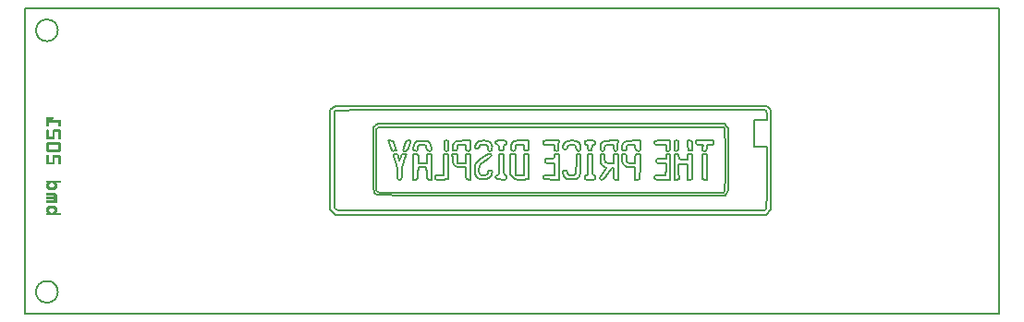
<source format=gbr>
G04 DesignSpark PCB Gerber Version 10.0 Build 5299*
G04 #@! TF.Part,Single*
G04 #@! TF.FileFunction,Legend,Bot*
G04 #@! TF.FilePolarity,Positive*
%FSLAX35Y35*%
%MOIN*%
%ADD13C,0.00100*%
%ADD25C,0.00500*%
G04 #@! TD.AperFunction*
X0Y0D02*
D02*
D13*
X12520Y36696D02*
X11052D01*
X11270Y36973D01*
X11320Y37039D01*
X11363Y37104D01*
X11401Y37169D01*
X11432Y37235D01*
X11455Y37304D01*
X11470Y37373D01*
X11482Y37443D01*
X11486Y37512D01*
Y38081D01*
X11482Y38161D01*
X11470Y38234D01*
X11455Y38307D01*
X11432Y38381D01*
X11401Y38450D01*
X11363Y38515D01*
X11320Y38580D01*
X11270Y38642D01*
X11013Y38942D01*
X10955Y39000D01*
X10882Y39054D01*
X10802Y39100D01*
X10706Y39142D01*
X10606Y39176D01*
X10506Y39203D01*
X10409Y39219D01*
X10313Y39222D01*
X9048D01*
X8964Y39219D01*
X8875Y39203D01*
X8783Y39180D01*
X8691Y39150D01*
X8602Y39111D01*
X8526Y39069D01*
X8460Y39022D01*
X8410Y38976D01*
X8156Y38707D01*
X8106Y38650D01*
X8060Y38580D01*
X8014Y38500D01*
X7976Y38407D01*
X7941Y38315D01*
X7914Y38231D01*
X7899Y38154D01*
X7895Y38081D01*
Y37546D01*
X7902Y37450D01*
X7922Y37346D01*
X7956Y37246D01*
X8002Y37139D01*
X8064Y37031D01*
X8141Y36923D01*
X8226Y36812D01*
X8329Y36696D01*
X8206D01*
X8145Y36693D01*
X8087Y36674D01*
X8033Y36646D01*
X7987Y36604D01*
X7945Y36558D01*
X7918Y36504D01*
X7899Y36446D01*
X7895Y36385D01*
X7899Y36324D01*
X7918Y36266D01*
X7945Y36212D01*
X7987Y36166D01*
X8033Y36124D01*
X8087Y36097D01*
X8145Y36081D01*
X8206Y36074D01*
X12520D01*
X12581Y36081D01*
X12639Y36097D01*
X12693Y36128D01*
X12739Y36166D01*
X12781Y36216D01*
X12808Y36266D01*
X12824Y36324D01*
X12831Y36385D01*
X12824Y36446D01*
X12808Y36504D01*
X12781Y36558D01*
X12739Y36604D01*
X12693Y36646D01*
X12639Y36674D01*
X12581Y36693D01*
X12520Y36696D01*
X10855Y38035D02*
Y37604D01*
X10852Y37531D01*
X10836Y37465D01*
X10817Y37412D01*
X10786Y37365D01*
X10306Y36804D01*
X10252Y36758D01*
X10186Y36724D01*
X10106Y36704D01*
X10017Y36696D01*
X9310D01*
X9237Y36704D01*
X9167Y36727D01*
X9106Y36766D01*
X9052Y36820D01*
X8625Y37319D01*
X8583Y37377D01*
X8548Y37431D01*
X8533Y37489D01*
X8526Y37546D01*
Y38057D01*
X8529Y38107D01*
X8541Y38157D01*
X8564Y38204D01*
X8591Y38242D01*
X8814Y38492D01*
X8856Y38534D01*
X8906Y38569D01*
X8964Y38584D01*
X9025Y38592D01*
X10344D01*
X10417Y38584D01*
X10478Y38569D01*
X10536Y38534D01*
X10578Y38492D01*
X10771Y38265D01*
X10806Y38211D01*
X10832Y38154D01*
X10852Y38096D01*
X10855Y38035D01*
X8206Y40576D02*
X11167D01*
X11228Y40583D01*
X11286Y40599D01*
X11340Y40626D01*
X11386Y40668D01*
X11428Y40714D01*
X11455Y40768D01*
X11470Y40826D01*
X11478Y40887D01*
X11474Y40945D01*
X11463Y40995D01*
X11444Y41041D01*
X11417Y41083D01*
X11386Y41118D01*
X11344Y41149D01*
X11298Y41172D01*
X11240Y41191D01*
X11298Y41256D01*
X11347Y41326D01*
X11390Y41395D01*
X11424Y41464D01*
X11451Y41541D01*
X11470Y41614D01*
X11482Y41691D01*
X11486Y41772D01*
X11482Y41860D01*
X11467Y41948D01*
X11440Y42033D01*
X11405Y42110D01*
X11359Y42187D01*
X11305Y42256D01*
X11240Y42325D01*
X11167Y42387D01*
X11240Y42460D01*
X11305Y42537D01*
X11359Y42617D01*
X11405Y42698D01*
X11440Y42779D01*
X11467Y42863D01*
X11482Y42952D01*
X11486Y43041D01*
X11482Y43109D01*
X11474Y43179D01*
X11455Y43248D01*
X11436Y43309D01*
X11405Y43371D01*
X11370Y43433D01*
X11328Y43486D01*
X11278Y43544D01*
X11224Y43594D01*
X11170Y43636D01*
X11109Y43675D01*
X11044Y43706D01*
X10978Y43732D01*
X10905Y43752D01*
X10832Y43763D01*
X10756Y43771D01*
X8206Y43859D01*
X8145Y43856D01*
X8087Y43836D01*
X8037Y43806D01*
X7987Y43767D01*
X7945Y43717D01*
X7918Y43667D01*
X7899Y43609D01*
X7895Y43548D01*
X7899Y43486D01*
X7918Y43429D01*
X7949Y43375D01*
X7987Y43325D01*
X8037Y43283D01*
X8087Y43256D01*
X8145Y43237D01*
X8206Y43229D01*
X10656Y43156D01*
X10702Y43152D01*
X10744Y43144D01*
X10778Y43137D01*
X10806Y43121D01*
X10828Y43106D01*
X10844Y43083D01*
X10852Y43059D01*
X10855Y43033D01*
X10852Y43002D01*
X10840Y42967D01*
X10824Y42937D01*
X10798Y42902D01*
X10486Y42529D01*
X8206D01*
X8145Y42525D01*
X8091Y42506D01*
X8037Y42479D01*
X7991Y42437D01*
X7952Y42391D01*
X7926Y42337D01*
X7906Y42279D01*
X7902Y42218D01*
X7906Y42156D01*
X7926Y42098D01*
X7952Y42048D01*
X7995Y41998D01*
X8041Y41960D01*
X8095Y41929D01*
X8152Y41914D01*
X8214Y41906D01*
X10694D01*
X10732Y41902D01*
X10767Y41898D01*
X10794Y41887D01*
X10817Y41872D01*
X10832Y41852D01*
X10844Y41829D01*
X10852Y41802D01*
X10855Y41768D01*
X10852Y41737D01*
X10844Y41706D01*
X10828Y41676D01*
X10806Y41648D01*
X10429Y41199D01*
X8206D01*
X8145Y41195D01*
X8087Y41176D01*
X8037Y41149D01*
X7987Y41110D01*
X7945Y41064D01*
X7918Y41010D01*
X7899Y40957D01*
X7895Y40895D01*
X7899Y40833D01*
X7918Y40772D01*
X7945Y40718D01*
X7987Y40672D01*
X8037Y40630D01*
X8087Y40599D01*
X8145Y40583D01*
X8206Y40576D01*
X11044Y47758D02*
X12520D01*
X12581Y47762D01*
X12639Y47781D01*
X12693Y47808D01*
X12739Y47846D01*
X12781Y47893D01*
X12808Y47946D01*
X12824Y48000D01*
X12831Y48061D01*
X12824Y48123D01*
X12808Y48185D01*
X12781Y48239D01*
X12739Y48285D01*
X12693Y48327D01*
X12639Y48357D01*
X12581Y48373D01*
X12520Y48381D01*
X8206D01*
X8145Y48377D01*
X8087Y48357D01*
X8033Y48327D01*
X7987Y48289D01*
X7945Y48239D01*
X7918Y48189D01*
X7899Y48131D01*
X7895Y48069D01*
X7899Y48004D01*
X7918Y47946D01*
X7945Y47893D01*
X7987Y47846D01*
X8033Y47808D01*
X8087Y47781D01*
X8145Y47762D01*
X8206Y47758D01*
X8345D01*
X8241Y47646D01*
X8148Y47535D01*
X8072Y47423D01*
X8006Y47316D01*
X7956Y47212D01*
X7922Y47104D01*
X7902Y47004D01*
X7895Y46904D01*
Y46374D01*
X7899Y46293D01*
X7910Y46212D01*
X7933Y46131D01*
X7964Y46055D01*
X8002Y45974D01*
X8049Y45893D01*
X8106Y45813D01*
X8168Y45731D01*
X8387Y45474D01*
X8437Y45428D01*
X8502Y45386D01*
X8579Y45343D01*
X8675Y45305D01*
X8772Y45270D01*
X8868Y45243D01*
X8960Y45228D01*
X9048Y45224D01*
X10321D01*
X10425Y45228D01*
X10528Y45247D01*
X10628Y45274D01*
X10728Y45313D01*
X10824Y45359D01*
X10905Y45409D01*
X10970Y45463D01*
X11028Y45520D01*
X11248Y45778D01*
X11305Y45847D01*
X11351Y45920D01*
X11394Y45997D01*
X11424Y46078D01*
X11451Y46158D01*
X11470Y46243D01*
X11482Y46331D01*
X11486Y46424D01*
Y46874D01*
X11482Y46966D01*
X11470Y47054D01*
X11447Y47139D01*
X11420Y47224D01*
X11382Y47308D01*
X11340Y47389D01*
X11286Y47466D01*
X11224Y47543D01*
X11044Y47758D01*
X10855Y46850D02*
Y46416D01*
X10848Y46351D01*
X10828Y46285D01*
X10798Y46224D01*
X10756Y46166D01*
X10578Y45966D01*
X10528Y45920D01*
X10475Y45889D01*
X10413Y45870D01*
X10344Y45862D01*
X9018D01*
X8956Y45870D01*
X8894Y45893D01*
X8841Y45931D01*
X8787Y45985D01*
X8610Y46189D01*
X8572Y46239D01*
X8544Y46289D01*
X8529Y46339D01*
X8526Y46393D01*
Y46904D01*
X8533Y46954D01*
X8552Y47012D01*
X8591Y47074D01*
X8641Y47143D01*
X9052Y47635D01*
X9079Y47666D01*
X9110Y47689D01*
X9141Y47712D01*
X9171Y47727D01*
X9241Y47750D01*
X9317Y47758D01*
X9990D01*
X10044D01*
X10098Y47750D01*
X10144Y47739D01*
X10186Y47727D01*
X10229Y47708D01*
X10263Y47685D01*
X10298Y47658D01*
X10325Y47627D01*
X10763Y47120D01*
X10802Y47066D01*
X10832Y47000D01*
X10848Y46931D01*
X10855Y46850D01*
X7902Y57266D02*
Y54428D01*
X10059D01*
X10121Y54432D01*
X10183Y54440D01*
X10244Y54456D01*
X10298Y54474D01*
X10356Y54502D01*
X10406Y54532D01*
X10456Y54571D01*
X10506Y54613D01*
X10548Y54659D01*
X10586Y54709D01*
X10617Y54759D01*
X10644Y54813D01*
X10663Y54870D01*
X10678Y54928D01*
X10686Y54990D01*
X10690Y55051D01*
Y56947D01*
X12209D01*
Y54717D01*
X12213Y54655D01*
X12232Y54594D01*
X12259Y54544D01*
X12301Y54494D01*
X12347Y54456D01*
X12401Y54428D01*
X12459Y54409D01*
X12520Y54406D01*
X12581Y54409D01*
X12639Y54428D01*
X12693Y54456D01*
X12739Y54494D01*
X12781Y54544D01*
X12808Y54594D01*
X12824Y54655D01*
X12831Y54717D01*
Y56947D01*
X12828Y57008D01*
X12820Y57070D01*
X12805Y57131D01*
X12785Y57189D01*
X12758Y57243D01*
X12728Y57293D01*
X12689Y57343D01*
X12647Y57393D01*
X12601Y57435D01*
X12551Y57474D01*
X12501Y57504D01*
X12447Y57531D01*
X12389Y57550D01*
X12331Y57566D01*
X12270Y57574D01*
X12209Y57577D01*
X10690D01*
X10625Y57574D01*
X10563Y57566D01*
X10502Y57550D01*
X10448Y57531D01*
X10390Y57504D01*
X10340Y57474D01*
X10290Y57435D01*
X10244Y57393D01*
X10198Y57343D01*
X10163Y57293D01*
X10133Y57243D01*
X10106Y57189D01*
X10086Y57131D01*
X10071Y57070D01*
X10063Y57008D01*
X10059Y56947D01*
Y55051D01*
X8526D01*
Y57266D01*
X8518Y57328D01*
X8502Y57385D01*
X8476Y57435D01*
X8433Y57485D01*
X8387Y57524D01*
X8333Y57554D01*
X8276Y57574D01*
X8214Y57577D01*
X8152Y57574D01*
X8095Y57554D01*
X8041Y57524D01*
X7995Y57485D01*
X7952Y57435D01*
X7926Y57385D01*
X7906Y57328D01*
X7902Y57266D01*
X8502Y59015D02*
X12235D01*
X12297Y59019D01*
X12355Y59027D01*
X12413Y59042D01*
X12466Y59061D01*
X12516Y59084D01*
X12566Y59115D01*
X12616Y59154D01*
X12662Y59192D01*
X12701Y59238D01*
X12739Y59288D01*
X12770Y59338D01*
X12793Y59388D01*
X12812Y59442D01*
X12828Y59500D01*
X12835Y59557D01*
X12839Y59615D01*
Y61561D01*
X12835Y61622D01*
X12828Y61680D01*
X12812Y61733D01*
X12793Y61787D01*
X12770Y61837D01*
X12739Y61887D01*
X12701Y61933D01*
X12662Y61980D01*
X12616Y62022D01*
X12566Y62056D01*
X12516Y62087D01*
X12466Y62114D01*
X12413Y62133D01*
X12355Y62145D01*
X12297Y62152D01*
X12235Y62156D01*
X8502D01*
X8444Y62152D01*
X8383Y62145D01*
X8326Y62133D01*
X8272Y62114D01*
X8222Y62087D01*
X8172Y62056D01*
X8126Y62022D01*
X8080Y61980D01*
X8037Y61933D01*
X8002Y61887D01*
X7972Y61837D01*
X7945Y61787D01*
X7926Y61730D01*
X7914Y61676D01*
X7906Y61614D01*
X7902Y61557D01*
Y59615D01*
X7906Y59554D01*
X7914Y59496D01*
X7926Y59438D01*
X7945Y59384D01*
X7972Y59330D01*
X8002Y59281D01*
X8037Y59234D01*
X8080Y59188D01*
X8126Y59150D01*
X8172Y59115D01*
X8222Y59084D01*
X8272Y59057D01*
X8326Y59038D01*
X8383Y59027D01*
X8444Y59019D01*
X8502Y59015D01*
X8526Y61541D02*
X12209D01*
Y59638D01*
X8526D01*
Y61541D01*
X7902Y66455D02*
Y63617D01*
X10059D01*
X10121Y63621D01*
X10183Y63629D01*
X10244Y63644D01*
X10298Y63663D01*
X10356Y63691D01*
X10406Y63721D01*
X10456Y63759D01*
X10506Y63802D01*
X10548Y63848D01*
X10586Y63898D01*
X10617Y63948D01*
X10644Y64002D01*
X10663Y64059D01*
X10678Y64117D01*
X10686Y64179D01*
X10690Y64240D01*
Y66136D01*
X12209D01*
Y63906D01*
X12213Y63844D01*
X12232Y63783D01*
X12259Y63733D01*
X12301Y63683D01*
X12347Y63644D01*
X12401Y63617D01*
X12459Y63598D01*
X12520Y63594D01*
X12581Y63598D01*
X12639Y63617D01*
X12693Y63644D01*
X12739Y63683D01*
X12781Y63733D01*
X12808Y63783D01*
X12824Y63844D01*
X12831Y63906D01*
Y66136D01*
X12828Y66197D01*
X12820Y66259D01*
X12805Y66320D01*
X12785Y66378D01*
X12758Y66432D01*
X12728Y66482D01*
X12689Y66531D01*
X12647Y66581D01*
X12601Y66624D01*
X12551Y66663D01*
X12501Y66693D01*
X12447Y66720D01*
X12389Y66739D01*
X12331Y66755D01*
X12270Y66762D01*
X12209Y66766D01*
X10690D01*
X10625Y66762D01*
X10563Y66755D01*
X10502Y66739D01*
X10448Y66720D01*
X10390Y66693D01*
X10340Y66663D01*
X10290Y66624D01*
X10244Y66581D01*
X10198Y66531D01*
X10163Y66482D01*
X10133Y66432D01*
X10106Y66378D01*
X10086Y66320D01*
X10071Y66259D01*
X10063Y66197D01*
X10059Y66136D01*
Y64240D01*
X8526D01*
Y66455D01*
X8518Y66516D01*
X8502Y66574D01*
X8476Y66624D01*
X8433Y66674D01*
X8387Y66712D01*
X8333Y66743D01*
X8276Y66762D01*
X8214Y66766D01*
X8152Y66762D01*
X8095Y66743D01*
X8041Y66712D01*
X7995Y66674D01*
X7952Y66624D01*
X7926Y66574D01*
X7906Y66516D01*
X7902Y66455D01*
X8526Y68512D02*
Y69469D01*
X12209D01*
Y68527D01*
X12213Y68466D01*
X12232Y68408D01*
X12259Y68354D01*
X12301Y68308D01*
X12347Y68266D01*
X12401Y68239D01*
X12459Y68223D01*
X12520Y68216D01*
X12581Y68223D01*
X12639Y68239D01*
X12693Y68266D01*
X12739Y68308D01*
X12781Y68354D01*
X12808Y68408D01*
X12824Y68466D01*
X12831Y68527D01*
Y70092D01*
X8526D01*
Y70719D01*
X9825D01*
X9887Y70726D01*
X9940Y70742D01*
X9994Y70769D01*
X10044Y70811D01*
X10083Y70857D01*
X10113Y70911D01*
X10129Y70969D01*
X10136Y71030D01*
X10129Y71092D01*
X10113Y71149D01*
X10086Y71203D01*
X10044Y71249D01*
X9998Y71291D01*
X9944Y71319D01*
X9887Y71338D01*
X9825Y71341D01*
X8214D01*
X8152Y71338D01*
X8095Y71319D01*
X8041Y71291D01*
X7995Y71249D01*
X7952Y71203D01*
X7926Y71149D01*
X7906Y71092D01*
X7902Y71030D01*
Y68512D01*
X7906Y68450D01*
X7926Y68393D01*
X7956Y68339D01*
X7995Y68293D01*
X8045Y68250D01*
X8099Y68223D01*
X8160Y68208D01*
X8222Y68200D01*
X8283Y68208D01*
X8337Y68223D01*
X8391Y68250D01*
X8437Y68293D01*
X8476Y68339D01*
X8502Y68393D01*
X8518Y68450D01*
X8526Y68512D01*
X8024Y36133D02*
X12699D01*
X7938Y36226D02*
X12787D01*
X7900Y36320D02*
X12823D01*
X7897Y36414D02*
X12828D01*
X7920Y36507D02*
X12807D01*
X7984Y36601D02*
X12742D01*
X8329Y36695D02*
X9324D01*
X10017D02*
X11050D01*
X8246Y36789D02*
X9083D01*
X10287D02*
X11124D01*
X8172Y36882D02*
X8998D01*
X10372D02*
X11198D01*
X8104Y36976D02*
X8919D01*
X10453D02*
X11272D01*
X8042Y37070D02*
X8839D01*
X10533D02*
X11341D01*
X7992Y37163D02*
X8758D01*
X10613D02*
X11398D01*
X7953Y37257D02*
X8678D01*
X10693D02*
X11439D01*
X7921Y37351D02*
X8602D01*
X10774D02*
X11465D01*
X7904Y37444D02*
X8545D01*
X10829D02*
X11482D01*
X7896Y37538D02*
X8527D01*
X10852D02*
X11486D01*
X7895Y37632D02*
X8526D01*
X10855D02*
X11486D01*
X7895Y37726D02*
X8526D01*
X10855D02*
X11486D01*
X7895Y37819D02*
X8526D01*
X10855D02*
X11486D01*
X7895Y37913D02*
X8526D01*
X10855D02*
X11486D01*
X7895Y38007D02*
X8526D01*
X10855D02*
X11486D01*
X7896Y38100D02*
X8529D01*
X10850D02*
X11485D01*
X7907Y38194D02*
X8559D01*
X10813D02*
X11477D01*
X7932Y38288D02*
X8631D01*
X10752D02*
X11459D01*
X7966Y38381D02*
X8715D01*
X10672D02*
X11431D01*
X8004Y38475D02*
X8799D01*
X10593D02*
X11386D01*
X8054Y38569D02*
X8906D01*
X10478D02*
X11328D01*
X8118Y38663D02*
X11253D01*
X8202Y38756D02*
X11172D01*
X8291Y38850D02*
X11092D01*
X8380Y38944D02*
X11011D01*
X8481Y39037D02*
X10904D01*
X8648Y39131D02*
X10730D01*
X8037Y40630D02*
X11344D01*
X7942Y40724D02*
X11433D01*
X7904Y40818D02*
X11468D01*
X7896Y40911D02*
X11477D01*
X7916Y41005D02*
X11458D01*
X7976Y41099D02*
X11403D01*
X8138Y41193D02*
X11241D01*
X10502Y41286D02*
X11319D01*
X10580Y41380D02*
X11381D01*
X10659Y41474D02*
X11428D01*
X10737Y41567D02*
X11458D01*
X10816Y41661D02*
X11478D01*
X10854Y41755D02*
X11485D01*
X10834Y41848D02*
X11482D01*
X8072Y41942D02*
X11468D01*
X7963Y42036D02*
X11439D01*
X7915Y42130D02*
X11393D01*
X7903Y42223D02*
X11331D01*
X7919Y42317D02*
X11248D01*
X7969Y42411D02*
X11191D01*
X8091Y42504D02*
X11278D01*
X10544Y42598D02*
X11346D01*
X10622Y42692D02*
X11402D01*
X10700Y42785D02*
X11442D01*
X10779Y42879D02*
X11469D01*
X10842Y42973D02*
X11483D01*
X10849Y43067D02*
X11484D01*
X10498Y43160D02*
X11476D01*
X8087Y43254D02*
X11453D01*
X7970Y43348D02*
X11417D01*
X7914Y43441D02*
X11364D01*
X7896Y43535D02*
X11286D01*
X7905Y43629D02*
X11180D01*
X7950Y43722D02*
X11002D01*
X8054Y43816D02*
X9453D01*
X8649Y45315D02*
X10734D01*
X8466Y45409D02*
X10906D01*
X8363Y45503D02*
X11011D01*
X8283Y45596D02*
X11093D01*
X8203Y45690D02*
X11173D01*
X8128Y45784D02*
X11253D01*
X8060Y45878D02*
X8936D01*
X10437D02*
X11324D01*
X8004Y45971D02*
X8801D01*
X10583D02*
X11380D01*
X7960Y46065D02*
X8718D01*
X10666D02*
X11420D01*
X7926Y46159D02*
X8637D01*
X10749D02*
X11451D01*
X7905Y46252D02*
X8565D01*
X10812D02*
X11472D01*
X7896Y46346D02*
X8529D01*
X10846D02*
X11483D01*
X7895Y46440D02*
X8526D01*
X10855D02*
X11486D01*
X7895Y46533D02*
X8526D01*
X10855D02*
X11486D01*
X7895Y46627D02*
X8526D01*
X10855D02*
X11486D01*
X7895Y46721D02*
X8526D01*
X10855D02*
X11486D01*
X7895Y46815D02*
X8526D01*
X10855D02*
X11486D01*
X7895Y46908D02*
X8526D01*
X10850D02*
X11484D01*
X7902Y47002D02*
X8549D01*
X10832D02*
X11477D01*
X7920Y47096D02*
X8607D01*
X10780D02*
X11459D01*
X7949Y47189D02*
X8680D01*
X10703D02*
X11431D01*
X7991Y47283D02*
X8758D01*
X10622D02*
X11393D01*
X8043Y47377D02*
X8836D01*
X10541D02*
X11346D01*
X8104Y47470D02*
X8915D01*
X10460D02*
X11282D01*
X8172Y47564D02*
X8993D01*
X10379D02*
X11206D01*
X8252Y47658D02*
X9072D01*
X10298D02*
X11128D01*
X8339Y47752D02*
X9256D01*
X10098D02*
X11049D01*
X7987Y47845D02*
X12738D01*
X7922Y47939D02*
X12805D01*
X7897Y48033D02*
X12828D01*
X7898Y48126D02*
X12823D01*
X7935Y48220D02*
X12791D01*
X8018Y48314D02*
X12707D01*
X12500Y54404D02*
X12520D01*
X7902Y54498D02*
X10348D01*
X12297D02*
X12743D01*
X7902Y54592D02*
X10480D01*
X12233D02*
X12807D01*
X7902Y54685D02*
X10568D01*
X12211D02*
X12828D01*
X7902Y54779D02*
X10627D01*
X12209D02*
X12831D01*
X7902Y54873D02*
X10664D01*
X12209D02*
X12831D01*
X7902Y54967D02*
X10683D01*
X12209D02*
X12831D01*
X7902Y55060D02*
X8526D01*
X10059D02*
X10690D01*
X12209D02*
X12831D01*
X7902Y55154D02*
X8526D01*
X10059D02*
X10690D01*
X12209D02*
X12831D01*
X7902Y55248D02*
X8526D01*
X10059D02*
X10690D01*
X12209D02*
X12831D01*
X7902Y55341D02*
X8526D01*
X10059D02*
X10690D01*
X12209D02*
X12831D01*
X7902Y55435D02*
X8526D01*
X10059D02*
X10690D01*
X12209D02*
X12831D01*
X7902Y55529D02*
X8526D01*
X10059D02*
X10690D01*
X12209D02*
X12831D01*
X7902Y55622D02*
X8526D01*
X10059D02*
X10690D01*
X12209D02*
X12831D01*
X7902Y55716D02*
X8526D01*
X10059D02*
X10690D01*
X12209D02*
X12831D01*
X7902Y55810D02*
X8526D01*
X10059D02*
X10690D01*
X12209D02*
X12831D01*
X7902Y55904D02*
X8526D01*
X10059D02*
X10690D01*
X12209D02*
X12831D01*
X7902Y55997D02*
X8526D01*
X10059D02*
X10690D01*
X12209D02*
X12831D01*
X7902Y56091D02*
X8526D01*
X10059D02*
X10690D01*
X12209D02*
X12831D01*
X7902Y56185D02*
X8526D01*
X10059D02*
X10690D01*
X12209D02*
X12831D01*
X7902Y56278D02*
X8526D01*
X10059D02*
X10690D01*
X12209D02*
X12831D01*
X7902Y56372D02*
X8526D01*
X10059D02*
X10690D01*
X12209D02*
X12831D01*
X7902Y56466D02*
X8526D01*
X10059D02*
X10690D01*
X12209D02*
X12831D01*
X7902Y56559D02*
X8526D01*
X10059D02*
X10690D01*
X12209D02*
X12831D01*
X7902Y56653D02*
X8526D01*
X10059D02*
X10690D01*
X12209D02*
X12831D01*
X7902Y56747D02*
X8526D01*
X10059D02*
X10690D01*
X12209D02*
X12831D01*
X7902Y56841D02*
X8526D01*
X10059D02*
X10690D01*
X12209D02*
X12831D01*
X7902Y56934D02*
X8526D01*
X10059D02*
X10690D01*
X12209D02*
X12831D01*
X7902Y57028D02*
X8526D01*
X10066D02*
X12825D01*
X7902Y57122D02*
X8526D01*
X10084D02*
X12807D01*
X7902Y57215D02*
X8526D01*
X10119D02*
X12772D01*
X7905Y57309D02*
X8520D01*
X10174D02*
X12715D01*
X7935Y57403D02*
X8493D01*
X10255D02*
X12636D01*
X8009Y57496D02*
X8419D01*
X10377D02*
X12514D01*
X8213Y59089D02*
X12524D01*
X8086Y59183D02*
X12652D01*
X8005Y59277D02*
X12731D01*
X7952Y59370D02*
X12785D01*
X7920Y59464D02*
X12818D01*
X7906Y59558D02*
X12835D01*
X7902Y59652D02*
X8526D01*
X12209D02*
X12839D01*
X7902Y59745D02*
X8526D01*
X12209D02*
X12839D01*
X7902Y59839D02*
X8526D01*
X12209D02*
X12839D01*
X7902Y59933D02*
X8526D01*
X12209D02*
X12839D01*
X7902Y60026D02*
X8526D01*
X12209D02*
X12839D01*
X7902Y60120D02*
X8526D01*
X12209D02*
X12839D01*
X7902Y60214D02*
X8526D01*
X12209D02*
X12839D01*
X7902Y60307D02*
X8526D01*
X12209D02*
X12839D01*
X7902Y60401D02*
X8526D01*
X12209D02*
X12839D01*
X7902Y60495D02*
X8526D01*
X12209D02*
X12839D01*
X7902Y60589D02*
X8526D01*
X12209D02*
X12839D01*
X7902Y60682D02*
X8526D01*
X12209D02*
X12839D01*
X7902Y60776D02*
X8526D01*
X12209D02*
X12839D01*
X7902Y60870D02*
X8526D01*
X12209D02*
X12839D01*
X7902Y60963D02*
X8526D01*
X12209D02*
X12839D01*
X7902Y61057D02*
X8526D01*
X12209D02*
X12839D01*
X7902Y61151D02*
X8526D01*
X12209D02*
X12839D01*
X7902Y61244D02*
X8526D01*
X12209D02*
X12839D01*
X7902Y61338D02*
X8526D01*
X12209D02*
X12839D01*
X7902Y61432D02*
X8526D01*
X12209D02*
X12839D01*
X7902Y61526D02*
X8526D01*
X12209D02*
X12839D01*
X7907Y61619D02*
X12835D01*
X7922Y61713D02*
X12818D01*
X7955Y61807D02*
X12784D01*
X8012Y61900D02*
X12728D01*
X8095Y61994D02*
X12646D01*
X8222Y62088D02*
X12515D01*
X7902Y63681D02*
X10335D01*
X12303D02*
X12737D01*
X7902Y63774D02*
X10473D01*
X12236D02*
X12804D01*
X7902Y63868D02*
X10563D01*
X12211D02*
X12827D01*
X7902Y63962D02*
X10624D01*
X12209D02*
X12831D01*
X7902Y64056D02*
X10662D01*
X12209D02*
X12831D01*
X7902Y64149D02*
X10682D01*
X12209D02*
X12831D01*
X7902Y64243D02*
X8526D01*
X10059D02*
X10690D01*
X12209D02*
X12831D01*
X7902Y64337D02*
X8526D01*
X10059D02*
X10690D01*
X12209D02*
X12831D01*
X7902Y64430D02*
X8526D01*
X10059D02*
X10690D01*
X12209D02*
X12831D01*
X7902Y64524D02*
X8526D01*
X10059D02*
X10690D01*
X12209D02*
X12831D01*
X7902Y64618D02*
X8526D01*
X10059D02*
X10690D01*
X12209D02*
X12831D01*
X7902Y64711D02*
X8526D01*
X10059D02*
X10690D01*
X12209D02*
X12831D01*
X7902Y64805D02*
X8526D01*
X10059D02*
X10690D01*
X12209D02*
X12831D01*
X7902Y64899D02*
X8526D01*
X10059D02*
X10690D01*
X12209D02*
X12831D01*
X7902Y64993D02*
X8526D01*
X10059D02*
X10690D01*
X12209D02*
X12831D01*
X7902Y65086D02*
X8526D01*
X10059D02*
X10690D01*
X12209D02*
X12831D01*
X7902Y65180D02*
X8526D01*
X10059D02*
X10690D01*
X12209D02*
X12831D01*
X7902Y65274D02*
X8526D01*
X10059D02*
X10690D01*
X12209D02*
X12831D01*
X7902Y65367D02*
X8526D01*
X10059D02*
X10690D01*
X12209D02*
X12831D01*
X7902Y65461D02*
X8526D01*
X10059D02*
X10690D01*
X12209D02*
X12831D01*
X7902Y65555D02*
X8526D01*
X10059D02*
X10690D01*
X12209D02*
X12831D01*
X7902Y65648D02*
X8526D01*
X10059D02*
X10690D01*
X12209D02*
X12831D01*
X7902Y65742D02*
X8526D01*
X10059D02*
X10690D01*
X12209D02*
X12831D01*
X7902Y65836D02*
X8526D01*
X10059D02*
X10690D01*
X12209D02*
X12831D01*
X7902Y65930D02*
X8526D01*
X10059D02*
X10690D01*
X12209D02*
X12831D01*
X7902Y66023D02*
X8526D01*
X10059D02*
X10690D01*
X12209D02*
X12831D01*
X7902Y66117D02*
X8526D01*
X10059D02*
X10690D01*
X12209D02*
X12831D01*
X7902Y66211D02*
X8526D01*
X10065D02*
X12826D01*
X7902Y66304D02*
X8526D01*
X10082D02*
X12809D01*
X7902Y66398D02*
X8526D01*
X10116D02*
X12775D01*
X7905Y66492D02*
X8521D01*
X10170D02*
X12720D01*
X7932Y66585D02*
X8496D01*
X10248D02*
X12643D01*
X8001Y66679D02*
X8427D01*
X10367D02*
X12524D01*
X8019Y68272D02*
X8415D01*
X12340D02*
X12700D01*
X7941Y68366D02*
X8489D01*
X12253D02*
X12787D01*
X7906Y68459D02*
X8519D01*
X12215D02*
X12822D01*
X7902Y68553D02*
X8526D01*
X12209D02*
X12831D01*
X7902Y68647D02*
X8526D01*
X12209D02*
X12831D01*
X7902Y68741D02*
X8526D01*
X12209D02*
X12831D01*
X7902Y68834D02*
X8526D01*
X12209D02*
X12831D01*
X7902Y68928D02*
X8526D01*
X12209D02*
X12831D01*
X7902Y69022D02*
X8526D01*
X12209D02*
X12831D01*
X7902Y69115D02*
X8526D01*
X12209D02*
X12831D01*
X7902Y69209D02*
X8526D01*
X12209D02*
X12831D01*
X7902Y69303D02*
X8526D01*
X12209D02*
X12831D01*
X7902Y69396D02*
X8526D01*
X12209D02*
X12831D01*
X7902Y69490D02*
X12831D01*
X7902Y69584D02*
X12831D01*
X7902Y69678D02*
X12831D01*
X7902Y69771D02*
X12831D01*
X7902Y69865D02*
X12831D01*
X7902Y69959D02*
X12831D01*
X7902Y70052D02*
X12831D01*
X7902Y70146D02*
X8526D01*
X7902Y70240D02*
X8526D01*
X7902Y70333D02*
X8526D01*
X7902Y70427D02*
X8526D01*
X7902Y70521D02*
X8526D01*
X7902Y70615D02*
X8526D01*
X7902Y70708D02*
X8526D01*
X7902Y70802D02*
X10033D01*
X7902Y70896D02*
X10105D01*
X7902Y70989D02*
X10131D01*
X7906Y71083D02*
X10130D01*
X7939Y71177D02*
X10100D01*
X8018Y71270D02*
X10021D01*
D02*
D25*
X250Y250D02*
X351431D01*
Y110486D01*
X250D01*
Y250D01*
X8124Y4187D02*
G75*
G03*
Y12061I0J3937D01*
G01*
G75*
G03*
Y4187I0J-3937D01*
G01*
Y98675D02*
G75*
G03*
Y106549I0J3937D01*
G01*
G75*
G03*
Y98675I0J-3937D01*
G01*
X111943Y73381D02*
G75*
G03*
X111869Y72992I1046J-402D01*
G01*
G75*
G03*
X111815Y67945I4590223J-51935D01*
G01*
G75*
G03*
X111774Y62232I909165J-9248D01*
G01*
G75*
G03*
X111761Y55541I1711433J-6769D01*
G01*
G75*
G03*
X111772Y44368I5518787J53D01*
G01*
G75*
G03*
X111840Y40494I125939J263D01*
G01*
G75*
G03*
X111971Y38423I34076J1118D01*
G01*
G75*
G03*
X112341Y37866I704J66D01*
G01*
G75*
G03*
X113341Y37615I1002J1872D01*
G01*
G75*
G03*
X189722Y37550I1899175J843531001D01*
G01*
G75*
G03*
X265941Y37489I1203575J843531066D01*
G01*
G75*
G03*
X267287Y37737I3J3747D01*
G01*
G75*
G03*
X267570Y38111I-159J415D01*
G01*
G75*
G03*
X267682Y39789I-32564J3020D01*
G01*
G75*
G03*
X267748Y42693I-78653J3233D01*
G01*
G75*
G03*
X267761Y49287I-1594237J6533D01*
G01*
Y60656D01*
X263261D01*
Y70256D01*
X267761D01*
Y71855D01*
G75*
G03*
X267746Y72483I-13522J0D01*
G01*
G75*
G03*
X267702Y73044I-8763J-406D01*
G01*
G75*
G03*
X267640Y73502I-9112J-1014D01*
G01*
G75*
G03*
X267363Y73738I-278J-45D01*
G01*
G75*
G03*
X244620Y73796I-1691898J-651547725D01*
G01*
G75*
G03*
X219520Y73841I-40561J-15803535D01*
G01*
G75*
G03*
X189743Y73856I-30063J-31019277D01*
G01*
G75*
G03*
X143516Y73843I948J-88287387D01*
G01*
G75*
G03*
X124468Y73780I1896J-3432081D01*
G01*
G75*
G03*
X112400Y73697I51460J-8432104D01*
G01*
G75*
G03*
X111943Y73381I4J-493D01*
G01*
X126943Y67081D02*
G75*
G03*
X126869Y66702I1041J-400D01*
G01*
G75*
G03*
X126815Y63495I1249682J-22933D01*
G01*
G75*
G03*
X126774Y59817I382470J-6015D01*
G01*
G75*
G03*
X126761Y55541I695938J-4317D01*
G01*
G75*
G03*
X126773Y48515I2053993J55D01*
G01*
G75*
G03*
X126842Y45978I53398J181D01*
G01*
G75*
G03*
X126989Y44655I11205J574D01*
G01*
G75*
G03*
X127341Y44166I676J116D01*
G01*
G75*
G03*
X128339Y43915I1000J1869D01*
G01*
G75*
G03*
X189722Y43850I966823J843524700D01*
G01*
G75*
G03*
X250946Y43790I716357J701571000D01*
G01*
G75*
G03*
X252287Y44037I4J3732D01*
G01*
G75*
G03*
X252570Y44411I-159J415D01*
G01*
G75*
G03*
X252682Y46106I-33338J3059D01*
G01*
G75*
G03*
X252748Y49033I-79985J3261D01*
G01*
G75*
G03*
X252761Y55687I-1622396J6591D01*
G01*
G75*
G03*
X252747Y60098I-675761J34D01*
G01*
G75*
G03*
X252702Y63845I-353691J-2326D01*
G01*
G75*
G03*
X252643Y67163I-2088943J-35772D01*
G01*
G75*
G03*
X252561Y67355I-279J-6D01*
G01*
G75*
G03*
X252363Y67438I-199J-198D01*
G01*
G75*
G03*
X234026Y67496I-1129519J-350218543D01*
G01*
G75*
G03*
X213768Y67541I-32687J-10271773D01*
G01*
G75*
G03*
X189743Y67556I-24286J-20242597D01*
G01*
G75*
G03*
X152490Y67543I369J-56169695D01*
G01*
G75*
G03*
X137097Y67480I1521J-2238529D01*
G01*
G75*
G03*
X127396Y67396I33283J-4411085D01*
G01*
G75*
G03*
X126943Y67081I5J-491D01*
G01*
X133604Y60985D02*
X134202Y59214D01*
X133474Y59075D01*
G75*
G02*
X132943Y59047I-368J1925D01*
G01*
G75*
G02*
X132630Y59214I37J446D01*
G01*
G75*
G02*
X132370Y59675I1301J1036D01*
G01*
G75*
G02*
X131863Y61100I65792J24236D01*
G01*
X131294Y62756D01*
X132150D01*
G75*
G02*
X132645Y62684I-1J-1763D01*
G01*
G75*
G02*
X132965Y62473I-183J-624D01*
G01*
G75*
G02*
X133229Y62020I-1277J-1049D01*
G01*
G75*
G02*
X133604Y60985I-23682J-9158D01*
G01*
X136944Y55406D02*
G75*
G03*
X136528Y54087I24006J-8314D01*
G01*
G75*
G03*
X136259Y52957I12230J-3507D01*
G01*
G75*
G03*
X136111Y51887I10580J-2009D01*
G01*
G75*
G03*
X136061Y50756I12911J-1133D01*
G01*
G75*
G02*
X136046Y49410I-60164J-4D01*
G01*
G75*
G02*
X135959Y48941I-1495J33D01*
G01*
G75*
G02*
X135744Y48728I-329J117D01*
G01*
G75*
G02*
X135311Y48656I-433J1259D01*
G01*
G75*
G02*
X134878Y48731I0J1281D01*
G01*
G75*
G02*
X134662Y48950I120J334D01*
G01*
G75*
G02*
X134576Y49437I1524J520D01*
G01*
G75*
G02*
X134561Y50853I68289J1430D01*
G01*
G75*
G03*
X134517Y51986I-14638J3D01*
G01*
G75*
G03*
X134385Y53052I-11742J-912D01*
G01*
G75*
G03*
X134154Y54119I-12036J-2053D01*
G01*
G75*
G03*
X133811Y55256I-16487J-4354D01*
G01*
G75*
G02*
X133203Y57088I120250J40902D01*
G01*
G75*
G02*
X133121Y57646I1625J525D01*
G01*
G75*
G02*
X133314Y57878I241J-4D01*
G01*
G75*
G02*
X133861Y57900I345J-1689D01*
G01*
G75*
G02*
X134266Y57798I-191J-1601D01*
G01*
G75*
G02*
X134566Y57602I-328J-829D01*
G01*
G75*
G02*
X134801Y57272I-859J-863D01*
G01*
G75*
G02*
X135013Y56756I-3822J-1871D01*
G01*
X135365Y55706D01*
X135736Y56830D01*
G75*
G02*
X135970Y57435I6183J-2041D01*
G01*
G75*
G02*
X136197Y57750I868J-386D01*
G01*
G75*
G02*
X136500Y57906I439J-481D01*
G01*
G75*
G02*
X136968Y57956I470J-2183D01*
G01*
X137828D01*
X136944Y55406D01*
X139361Y62659D02*
G75*
G02*
X139292Y62252I-1226J-1D01*
G01*
G75*
G02*
X138822Y60952I-79702J28070D01*
G01*
G75*
G02*
X138330Y59654I-84592J31345D01*
G01*
G75*
G02*
X138126Y59324I-984J382D01*
G01*
G75*
G02*
X137759Y59074I-712J649D01*
G01*
G75*
G02*
X137248Y58958I-660J1715D01*
G01*
G75*
G02*
X136816Y59001I-98J1210D01*
G01*
G75*
G02*
X136661Y59206I59J205D01*
G01*
G75*
G02*
X136686Y59421I942J-2D01*
G01*
G75*
G02*
X136809Y59921I21504J-5030D01*
G01*
G75*
G02*
X136973Y60515I20586J-5342D01*
G01*
G75*
G02*
X137166Y61154I28068J-8148D01*
G01*
G75*
G02*
X137483Y62077I18145J-5716D01*
G01*
G75*
G02*
X137726Y62493I1321J-493D01*
G01*
G75*
G02*
X138034Y62690I471J-397D01*
G01*
G75*
G02*
X138516Y62756I483J-1752D01*
G01*
G75*
G02*
X138840Y62748I-3J-7558D01*
G01*
G75*
G02*
X139113Y62727I-169J-3859D01*
G01*
G75*
G02*
X139329Y62697I-511J-4537D01*
G01*
G75*
G02*
X139361Y62659I-7J-38D01*
G01*
X145593Y62554D02*
G75*
G02*
X146166Y62044I-424J-1054D01*
G01*
G75*
G02*
X146654Y60905I-5826J-3171D01*
G01*
G75*
G02*
X146917Y59722I-6259J-2012D01*
G01*
G75*
G02*
X146704Y59098I-742J-94D01*
G01*
G75*
G02*
X146599Y59046I-131J131D01*
G01*
G75*
G02*
X146380Y59028I-257J1821D01*
G01*
G75*
G02*
X146110Y59039I-44J2300D01*
G01*
G75*
G02*
X145821Y59080I304J3161D01*
G01*
G75*
G02*
X145464Y59198I276J1436D01*
G01*
G75*
G02*
X145229Y59389I277J579D01*
G01*
G75*
G02*
X145084Y59693I671J508D01*
G01*
G75*
G02*
X145003Y60162I3119J780D01*
G01*
G75*
G03*
X144905Y60720I-3664J-356D01*
G01*
G75*
G03*
X144722Y60983I-443J-113D01*
G01*
G75*
G03*
X144368Y61117I-448J-650D01*
G01*
G75*
G03*
X143505Y61196I-1879J-15666D01*
G01*
X142099Y61287D01*
X142005Y60146D01*
G75*
G02*
X141908Y59435I-6666J549D01*
G01*
G75*
G02*
X141724Y59149I-448J86D01*
G01*
G75*
G02*
X141379Y59048I-320J448D01*
G01*
G75*
G02*
X140561Y59118I497J10609D01*
G01*
G75*
G02*
X140277Y59407I41J324D01*
G01*
G75*
G02*
X140280Y60262I3885J417D01*
G01*
G75*
G02*
X140492Y61235I4848J-548D01*
G01*
G75*
G02*
X140883Y61965I2264J-743D01*
G01*
G75*
G02*
X141298Y62396I2374J-1866D01*
G01*
G75*
G02*
X141707Y62622I753J-884D01*
G01*
G75*
G02*
X142281Y62719I654J-2111D01*
G01*
G75*
G02*
X143358Y62731I788J-22039D01*
G01*
G75*
G02*
X144096Y62711I-313J-25066D01*
G01*
G75*
G02*
X144779Y62670I-791J-18558D01*
G01*
G75*
G02*
X145348Y62616I-1468J-18540D01*
G01*
G75*
G02*
X145593Y62554I-102J-920D01*
G01*
X146861Y57956D02*
Y48615D01*
X146036Y48710D01*
G75*
G02*
X145551Y48838I202J1756D01*
G01*
G75*
G02*
X145310Y49083I174J413D01*
G01*
G75*
G02*
X145196Y49582I1498J603D01*
G01*
G75*
G02*
X145123Y50980I58859J3784D01*
G01*
X145035Y53156D01*
X142087D01*
X141999Y50980D01*
G75*
G02*
X141926Y49582I-58932J2386D01*
G01*
G75*
G02*
X141813Y49083I-1611J104D01*
G01*
G75*
G02*
X141571Y48838I-416J167D01*
G01*
G75*
G02*
X141086Y48710I-687J1628D01*
G01*
X140261Y48615D01*
Y57956D01*
X141161D01*
G75*
G02*
X141711Y57910I0J-3336D01*
G01*
G75*
G02*
X141945Y57743I-54J-324D01*
G01*
G75*
G02*
X142044Y57380I-713J-389D01*
G01*
G75*
G02*
X142061Y56306I-33572J-1066D01*
G01*
Y54656D01*
X145061D01*
Y56306D01*
G75*
G02*
X145078Y57380I33590J-4D01*
G01*
G75*
G02*
X145177Y57743I812J-26D01*
G01*
G75*
G02*
X145411Y57910I289J-157D01*
G01*
G75*
G02*
X145961Y57956I550J-3288D01*
G01*
X146861D01*
X152984Y60889D02*
G75*
G02*
X152950Y59733I-39959J592D01*
G01*
G75*
G02*
X152856Y59293I-1333J58D01*
G01*
G75*
G02*
X152644Y59091I-329J132D01*
G01*
G75*
G02*
X152234Y59021I-412J1176D01*
G01*
G75*
G02*
X151826Y59092I-2J1204D01*
G01*
G75*
G02*
X151606Y59298I129J358D01*
G01*
G75*
G02*
X151494Y59744I1277J556D01*
G01*
G75*
G02*
X151422Y60887I37295J2925D01*
G01*
G75*
G02*
X151377Y62126I52526J2524D01*
G01*
G75*
G02*
X151449Y62521I997J24D01*
G01*
G75*
G02*
X151664Y62702I277J-111D01*
G01*
G75*
G02*
X152172Y62756I508J-2403D01*
G01*
G75*
G02*
X152676Y62700I0J-2337D01*
G01*
G75*
G02*
X152900Y62516I-69J-311D01*
G01*
G75*
G02*
X152987Y62112I-954J-416D01*
G01*
G75*
G02*
X152984Y60889I-48550J-518D01*
G01*
X153011Y57954D02*
X152952Y48806D01*
X150507Y48718D01*
G75*
G02*
X148882Y48673I-3629J101941D01*
G01*
G75*
G02*
X148368Y48738I-35J1798D01*
G01*
G75*
G02*
X148140Y48948I90J326D01*
G01*
G75*
G02*
X148061Y49393I1215J446D01*
G01*
G75*
G02*
X148119Y49831I1705J-1D01*
G01*
G75*
G02*
X148298Y50046I318J-85D01*
G01*
G75*
G02*
X148686Y50138I422J-913D01*
G01*
G75*
G02*
X149711Y50156I1031J-29972D01*
G01*
X151361D01*
Y57956D01*
X152186Y57955D01*
X153011Y57954D01*
X160961Y57956D02*
Y48615D01*
X160136Y48710D01*
G75*
G02*
X159651Y48838I202J1756D01*
G01*
G75*
G02*
X159410Y49083I174J413D01*
G01*
G75*
G02*
X159296Y49582I1498J603D01*
G01*
G75*
G02*
X159223Y50980I58859J3784D01*
G01*
X159135Y53156D01*
X157531D01*
G75*
G02*
X156058Y53294I-1J7876D01*
G01*
G75*
G02*
X155174Y53748I330J1730D01*
G01*
G75*
G02*
X154666Y54615I1251J1316D01*
G01*
G75*
G02*
X154422Y56111I8261J2111D01*
G01*
X154289Y57956D01*
X155225D01*
G75*
G02*
X155805Y57912I-1J-3916D01*
G01*
G75*
G02*
X156044Y57748I-49J-328D01*
G01*
G75*
G02*
X156144Y57391I-673J-382D01*
G01*
G75*
G02*
X156161Y56306I-34298J-1078D01*
G01*
Y54656D01*
X159161D01*
Y56306D01*
G75*
G02*
X159178Y57380I33590J-4D01*
G01*
G75*
G02*
X159277Y57743I812J-26D01*
G01*
G75*
G02*
X159511Y57910I289J-157D01*
G01*
G75*
G02*
X160061Y57956I550J-3288D01*
G01*
X160961D01*
Y60980D02*
G75*
G02*
X160913Y59811I-14186J-3D01*
G01*
G75*
G02*
X160716Y59250I-1173J97D01*
G01*
G75*
G02*
X160334Y59030I-417J281D01*
G01*
G75*
G02*
X159686Y59089I-142J2014D01*
G01*
G75*
G02*
X159449Y59213I148J569D01*
G01*
G75*
G02*
X159285Y59433I420J485D01*
G01*
G75*
G02*
X159191Y59767I1043J475D01*
G01*
G75*
G02*
X159161Y60240I3809J475D01*
G01*
Y61256D01*
X156161D01*
Y60240D01*
G75*
G02*
X156130Y59693I-4853J-2D01*
G01*
G75*
G02*
X156018Y59386I-691J79D01*
G01*
G75*
G02*
X155793Y59200I-421J280D01*
G01*
G75*
G02*
X155387Y59078I-787J1881D01*
G01*
G75*
G02*
X154819Y59080I-278J1454D01*
G01*
G75*
G02*
X154487Y59329I94J471D01*
G01*
G75*
G02*
X154374Y59865I906J472D01*
G01*
G75*
G02*
X154490Y60799I7651J-480D01*
G01*
G75*
G02*
X154860Y61769I2870J-539D01*
G01*
G75*
G02*
X155509Y62364I1336J-806D01*
G01*
G75*
G02*
X156604Y62670I1377J-2808D01*
G01*
G75*
G02*
X158478Y62756I1878J-20684D01*
G01*
X160961D01*
Y60980D01*
X168043Y62001D02*
G75*
G02*
X168407Y61576I-2561J-2563D01*
G01*
G75*
G02*
X168619Y61175I-1278J-933D01*
G01*
G75*
G02*
X168711Y60726I-1533J-547D01*
G01*
G75*
G02*
X168704Y60149I-3975J-239D01*
G01*
G75*
G02*
X168628Y59576I-5962J502D01*
G01*
G75*
G02*
X168498Y59256I-834J154D01*
G01*
G75*
G02*
X168281Y59082I-387J259D01*
G01*
G75*
G02*
X167936Y59004I-429J1085D01*
G01*
G75*
G02*
X167608Y59015I-112J1569D01*
G01*
G75*
G02*
X167406Y59111I52J369D01*
G01*
G75*
G02*
X167296Y59305I252J272D01*
G01*
G75*
G02*
X167261Y59631I1530J328D01*
G01*
G75*
G03*
X167188Y60475I-4900J0D01*
G01*
G75*
G03*
X166940Y60944I-845J-148D01*
G01*
G75*
G03*
X166458Y61185I-625J-644D01*
G01*
G75*
G03*
X165585Y61256I-874J-5411D01*
G01*
G75*
G03*
X164843Y61230I6J-10751D01*
G01*
G75*
G03*
X164465Y61127I68J-997D01*
G01*
G75*
G03*
X164241Y60909I232J-463D01*
G01*
G75*
G03*
X164084Y60506I1540J-830D01*
G01*
G75*
G02*
X163956Y60159I-1669J419D01*
G01*
G75*
G02*
X163774Y59928I-634J315D01*
G01*
G75*
G02*
X163520Y59799I-417J504D01*
G01*
G75*
G02*
X163179Y59756I-341J1321D01*
G01*
G75*
G02*
X162706Y59872I0J1020D01*
G01*
G75*
G02*
X162485Y60179I195J372D01*
G01*
G75*
G02*
X162538Y60713I1053J165D01*
G01*
G75*
G02*
X162900Y61534I6816J-2516D01*
G01*
G75*
G02*
X163333Y62172I2883J-1491D01*
G01*
G75*
G02*
X163831Y62532I1025J-890D01*
G01*
G75*
G02*
X164555Y62707I901J-2141D01*
G01*
G75*
G02*
X165799Y62756I1249J-16218D01*
G01*
G75*
G02*
X166589Y62720I-3J-8888D01*
G01*
G75*
G02*
X167141Y62604I-213J-2394D01*
G01*
G75*
G02*
X167591Y62378I-570J-1696D01*
G01*
G75*
G02*
X168043Y62001I-1880J-2707D01*
G01*
X168467Y57367D02*
G75*
G02*
X168256Y57079I-1115J598D01*
G01*
G75*
G02*
X167828Y56670I-6156J6024D01*
G01*
G75*
G02*
X167299Y56231I-6610J7424D01*
G01*
G75*
G02*
X166732Y55822I-6515J8424D01*
G01*
G75*
G03*
X165130Y54690I24529J-36428D01*
G01*
G75*
G03*
X164406Y53984I2218J-2998D01*
G01*
G75*
G03*
X164071Y53270I1411J-1098D01*
G01*
G75*
G03*
X163961Y52263I4574J-1008D01*
G01*
G75*
G03*
X164041Y51220I6915J2D01*
G01*
G75*
G03*
X164309Y50599I1319J201D01*
G01*
G75*
G03*
X164807Y50266I757J593D01*
G01*
G75*
G03*
X165611Y50156I804J2877D01*
G01*
G75*
G03*
X166309Y50238I1J2990D01*
G01*
G75*
G03*
X166829Y50485I-326J1355D01*
G01*
G75*
G03*
X167148Y50886I-633J830D01*
G01*
G75*
G03*
X167261Y51415I-1174J528D01*
G01*
G75*
G02*
X167308Y51657I649J0D01*
G01*
G75*
G02*
X167441Y51826I357J-144D01*
G01*
G75*
G02*
X167670Y51924I333J-462D01*
G01*
G75*
G02*
X168011Y51956I341J-1858D01*
G01*
G75*
G02*
X168386Y51921I-2J-2087D01*
G01*
G75*
G02*
X168607Y51809I-78J-429D01*
G01*
G75*
G02*
X168725Y51599I-278J-293D01*
G01*
G75*
G02*
X168761Y51246I-1685J-351D01*
G01*
G75*
G02*
X168416Y50102I-2067J0D01*
G01*
G75*
G02*
X167467Y49206I-2402J1594D01*
G01*
G75*
G02*
X166093Y48737I-1850J3173D01*
G01*
G75*
G02*
X164571Y48803I-573J4383D01*
G01*
G75*
G02*
X163558Y49191I782J3559D01*
G01*
G75*
G02*
X162914Y49817I873J1543D01*
G01*
G75*
G02*
X162567Y50793I2213J1338D01*
G01*
G75*
G02*
X162461Y52293I10627J1501D01*
G01*
G75*
G02*
X162558Y53744I10886J0D01*
G01*
G75*
G02*
X162891Y54624I2067J-279D01*
G01*
G75*
G02*
X163646Y55448I3043J-2032D01*
G01*
G75*
G02*
X165539Y56903I37149J-46370D01*
G01*
G75*
G02*
X166732Y57632I4779J-6483D01*
G01*
G75*
G02*
X167832Y57983I1696J-3410D01*
G01*
G75*
G02*
X168383Y57825I106J-670D01*
G01*
G75*
G02*
X168467Y57367I-245J-282D01*
G01*
X172961Y54056D02*
G75*
G03*
X172977Y51928I144581J7D01*
G01*
G75*
G03*
X173045Y50880I10490J156D01*
G01*
G75*
G03*
X173174Y50322I2516J290D01*
G01*
G75*
G03*
X173411Y50156I237J84D01*
G01*
G75*
G02*
X173598Y50101I0J-351D01*
G01*
G75*
G02*
X173742Y49953I-234J-371D01*
G01*
G75*
G02*
X173832Y49712I-636J-374D01*
G01*
G75*
G02*
X173861Y49391I-1744J-320D01*
G01*
G75*
G02*
X173800Y48945I-1669J0D01*
G01*
G75*
G02*
X173611Y48741I-292J81D01*
G01*
G75*
G02*
X173197Y48673I-388J1077D01*
G01*
G75*
G02*
X171986Y48716I1143J49353D01*
G01*
G75*
G02*
X170892Y48788I1456J30626D01*
G01*
G75*
G02*
X170402Y48901I146J1757D01*
G01*
G75*
G02*
X170148Y49113I187J482D01*
G01*
G75*
G02*
X170015Y49480I820J503D01*
G01*
G75*
G02*
X170000Y49810I1759J249D01*
G01*
G75*
G02*
X170073Y50010I352J-15D01*
G01*
G75*
G02*
X170244Y50120I243J-188D01*
G01*
G75*
G02*
X170541Y50156I297J-1240D01*
G01*
G75*
G03*
X170886Y50309I0J466D01*
G01*
G75*
G03*
X171074Y50702I-567J513D01*
G01*
G75*
G03*
X171148Y51581I-5912J941D01*
G01*
G75*
G03*
X171161Y54056I-239107J2455D01*
G01*
Y57956D01*
X172961D01*
Y54056D01*
X173861Y62006D02*
G75*
G02*
X173832Y61699I-1615J-1D01*
G01*
G75*
G02*
X173743Y61461I-757J146D01*
G01*
G75*
G02*
X173604Y61310I-404J232D01*
G01*
G75*
G02*
X173429Y61256I-175J254D01*
G01*
G75*
G03*
X173238Y61180I0J-281D01*
G01*
G75*
G03*
X173084Y60969I463J-499D01*
G01*
G75*
G03*
X172971Y60619I1343J-627D01*
G01*
G75*
G03*
X172904Y60130I4602J-875D01*
G01*
G75*
G02*
X172807Y59431I-6376J526D01*
G01*
G75*
G02*
X172624Y59148I-443J87D01*
G01*
G75*
G02*
X172278Y59048I-319J455D01*
G01*
G75*
G02*
X171461Y59118I504J10668D01*
G01*
G75*
G02*
X171345Y59199I19J150D01*
G01*
G75*
G02*
X171249Y59443I1191J610D01*
G01*
G75*
G02*
X171183Y59779I1985J565D01*
G01*
G75*
G02*
X171161Y60170I3500J393D01*
G01*
G75*
G03*
X171131Y60669I-4129J3D01*
G01*
G75*
G03*
X171030Y60998I-974J-119D01*
G01*
G75*
G03*
X170846Y61210I-521J-267D01*
G01*
G75*
G03*
X170561Y61342I-508J-724D01*
G01*
G75*
G02*
X170319Y61450I207J792D01*
G01*
G75*
G02*
X170127Y61629I431J654D01*
G01*
G75*
G02*
X170004Y61862I628J481D01*
G01*
G75*
G02*
X169961Y62127I806J265D01*
G01*
G75*
G02*
X170045Y62467I734J0D01*
G01*
G75*
G02*
X170269Y62656I343J-179D01*
G01*
G75*
G02*
X170749Y62739I529J-1645D01*
G01*
G75*
G02*
X171911Y62756I1172J-40529D01*
G01*
G75*
G02*
X173148Y62739I-15J-48599D01*
G01*
G75*
G02*
X173591Y62652I-33J-1328D01*
G01*
G75*
G02*
X173793Y62437I-123J-318D01*
G01*
G75*
G02*
X173861Y62006I-1343J-432D01*
G01*
X181894Y53380D02*
X181811Y48806D01*
X179476Y48717D01*
G75*
G02*
X178017Y48686I-1702J45587D01*
G01*
G75*
G02*
X177343Y48767I-16J2728D01*
G01*
G75*
G02*
X176847Y49002I334J1343D01*
G01*
G75*
G02*
X176251Y49519I3336J4452D01*
G01*
X175361Y50409D01*
Y57956D01*
X177143D01*
X177227Y54130D01*
X177311Y50306D01*
X178736Y50214D01*
X180161Y50122D01*
Y57956D01*
X181977D01*
X181894Y53380D01*
X181961Y60956D02*
G75*
G02*
X181939Y60263I-11081J0D01*
G01*
G75*
G02*
X181873Y59673I-5967J371D01*
G01*
G75*
G02*
X181779Y59222I-5203J848D01*
G01*
G75*
G02*
X181661Y59118I-135J35D01*
G01*
G75*
G02*
X180844Y59048I-1320J10593D01*
G01*
G75*
G02*
X180499Y59148I-27J555D01*
G01*
G75*
G02*
X180315Y59431I259J370D01*
G01*
G75*
G02*
X180218Y60130I6280J1226D01*
G01*
X180125Y61256D01*
X177161D01*
Y60230D01*
G75*
G02*
X177091Y59564I-3221J0D01*
G01*
G75*
G02*
X176867Y59175I-707J149D01*
G01*
G75*
G02*
X176475Y59020I-404J452D01*
G01*
G75*
G02*
X175886Y59089I-48J2158D01*
G01*
G75*
G02*
X175485Y59456I146J563D01*
G01*
G75*
G02*
X175364Y60227I1952J701D01*
G01*
G75*
G02*
X175539Y61156I3113J-104D01*
G01*
G75*
G02*
X175983Y61965I2665J-938D01*
G01*
G75*
G02*
X176434Y62415I2087J-1642D01*
G01*
G75*
G02*
X176903Y62641I754J-963D01*
G01*
G75*
G02*
X177629Y62735I809J-3381D01*
G01*
G75*
G02*
X179283Y62756I1661J-68672D01*
G01*
X181961D01*
Y60956D01*
X192700Y60880D02*
G75*
G02*
X192615Y59619I-31299J1486D01*
G01*
G75*
G02*
X192450Y59214I-741J65D01*
G01*
G75*
G02*
X192113Y59057I-330J269D01*
G01*
G75*
G02*
X191263Y59118I136J7893D01*
G01*
G75*
G02*
X191157Y59202I17J130D01*
G01*
G75*
G02*
X191092Y59453I1170J437D01*
G01*
G75*
G02*
X191069Y59800I2036J308D01*
G01*
G75*
G02*
X191099Y60206I3784J-76D01*
G01*
X191234Y61256D01*
X189148D01*
G75*
G02*
X187812Y61270I-7J59016D01*
G01*
G75*
G02*
X187345Y61357I33J1479D01*
G01*
G75*
G02*
X187133Y61572I118J328D01*
G01*
G75*
G02*
X187061Y62006I1267J434D01*
G01*
G75*
G02*
X187158Y62441I1025J0D01*
G01*
G75*
G02*
X187423Y62661I367J-173D01*
G01*
G75*
G02*
X188026Y62743I637J-2432D01*
G01*
G75*
G02*
X189926Y62756I1912J-140640D01*
G01*
X192790D01*
X192700Y60880D01*
X192761Y57995D02*
Y48633D01*
X189986Y48719D01*
G75*
G02*
X188281Y48788I2893J92744D01*
G01*
G75*
G02*
X187609Y48891I163J3310D01*
G01*
G75*
G02*
X187281Y49098I161J617D01*
G01*
G75*
G02*
X187117Y49466I562J471D01*
G01*
G75*
G02*
X187147Y49835I830J119D01*
G01*
G75*
G02*
X187341Y50042I311J-98D01*
G01*
G75*
G02*
X187811Y50146I580J-1503D01*
G01*
G75*
G02*
X189063Y50216I3452J-50443D01*
G01*
X191102Y50306D01*
X191111Y54506D01*
X189386Y54595D01*
G75*
G02*
X188346Y54668I1526J29236D01*
G01*
G75*
G02*
X187925Y54782I110J1244D01*
G01*
G75*
G02*
X187728Y55001I160J342D01*
G01*
G75*
G02*
Y55809I1181J404D01*
G01*
G75*
G02*
X187925Y56029I357J-122D01*
G01*
G75*
G02*
X188345Y56143I530J-1125D01*
G01*
G75*
G02*
X189382Y56215I2554J-28933D01*
G01*
G75*
G03*
X190431Y56289I-1566J29849D01*
G01*
G75*
G03*
X190846Y56404I-104J1180D01*
G01*
G75*
G03*
X191040Y56629I-164J337D01*
G01*
G75*
G03*
X191107Y57056I-1389J435D01*
G01*
G75*
G02*
X191149Y57435I1813J-11D01*
G01*
G75*
G02*
X191278Y57672I478J-106D01*
G01*
G75*
G02*
X191521Y57817I397J-389D01*
G01*
G75*
G02*
X191936Y57900I707J-2457D01*
G01*
X192761Y57995D01*
X199905Y62144D02*
G75*
G02*
X200198Y61800I-1365J-1465D01*
G01*
G75*
G02*
X200403Y61405I-1569J-1061D01*
G01*
G75*
G02*
X200522Y60941I-2089J-783D01*
G01*
G75*
G02*
X200561Y60394I-3778J-547D01*
G01*
G75*
G02*
X200531Y59539I-12033J-2D01*
G01*
G75*
G02*
X200398Y59157I-774J55D01*
G01*
G75*
G02*
X200135Y59013I-272J185D01*
G01*
G75*
G02*
X199661Y59069I-42J1705D01*
G01*
G75*
G02*
X199410Y59194I171J655D01*
G01*
G75*
G02*
X199214Y59417I523J656D01*
G01*
G75*
G02*
X199078Y59740I1054J635D01*
G01*
G75*
G02*
X199003Y60161I2597J681D01*
G01*
G75*
G03*
X198905Y60733I-3955J-384D01*
G01*
G75*
G03*
X198722Y60978I-385J-96D01*
G01*
G75*
G03*
X198365Y61085I-390J-657D01*
G01*
G75*
G03*
X197411Y61106I-961J-22132D01*
G01*
G75*
G03*
X196552Y61084I2J-17450D01*
G01*
G75*
G03*
X196147Y60992I59J-1187D01*
G01*
G75*
G03*
X195931Y60793I169J-399D01*
G01*
G75*
G03*
X195815Y60430I1001J-521D01*
G01*
G75*
G02*
X195764Y60170I-2399J340D01*
G01*
G75*
G02*
X195688Y59947I-1472J377D01*
G01*
G75*
G02*
X195600Y59785I-968J417D01*
G01*
G75*
G02*
X195515Y59732I-98J65D01*
G01*
G75*
G03*
X195404Y59717I275J-2469D01*
G01*
G75*
G03*
X195217Y59687I2834J-17843D01*
G01*
G75*
G03*
X195002Y59649I3349J-19847D01*
G01*
G75*
G03*
X194786Y59609I3689J-20456D01*
G01*
G75*
G02*
X194367Y59817I-73J380D01*
G01*
G75*
G02*
X194234Y60489I1179J583D01*
G01*
G75*
G02*
X194453Y61389I2712J-184D01*
G01*
G75*
G02*
X194956Y62103I1983J-862D01*
G01*
G75*
G02*
X195933Y62625I1456J-1550D01*
G01*
G75*
G02*
X197433Y62802I1556J-6739D01*
G01*
G75*
G02*
X198933Y62650I57J-6894D01*
G01*
G75*
G02*
X199905Y62144I-430J-2011D01*
G01*
X200561Y54089D02*
G75*
G02*
X200482Y50867I-65700J-6D01*
G01*
G75*
G02*
X200095Y49587I-2761J136D01*
G01*
G75*
G02*
X199235Y48981I-1107J660D01*
G01*
G75*
G02*
X197411Y48806I-1823J9358D01*
G01*
G75*
G02*
X196279Y48830I-4J25661D01*
G01*
G75*
G02*
X195656Y48928I124J2815D01*
G01*
G75*
G02*
X195228Y49137I344J1251D01*
G01*
G75*
G02*
X194835Y49513I1288J1738D01*
G01*
G75*
G02*
X194615Y49848I1565J1267D01*
G01*
G75*
G02*
X194430Y50269I3080J1610D01*
G01*
G75*
G02*
X194303Y50705I3215J1170D01*
G01*
G75*
G02*
X194261Y51089I1746J384D01*
G01*
G75*
G02*
X194291Y51550I3530J-1D01*
G01*
G75*
G02*
X194401Y51794I462J-61D01*
G01*
G75*
G02*
X194617Y51918I287J-248D01*
G01*
G75*
G02*
X195011Y51956I395J-2069D01*
G01*
G75*
G02*
X195352Y51924I-1J-1891D01*
G01*
G75*
G02*
X195582Y51826I-103J-560D01*
G01*
G75*
G02*
X195715Y51657I-225J-313D01*
G01*
G75*
G02*
X195761Y51415I-603J-241D01*
G01*
G75*
G03*
X195875Y50886I1288J0D01*
G01*
G75*
G03*
X196193Y50485I952J430D01*
G01*
G75*
G03*
X196714Y50238I846J1107D01*
G01*
G75*
G03*
X197411Y50156I696J2906D01*
G01*
G75*
G03*
X198313Y50331I1J2393D01*
G01*
G75*
G03*
X198801Y50828I-331J814D01*
G01*
G75*
G03*
X199017Y51882I-3014J1167D01*
G01*
G75*
G03*
X199061Y54415I-72320J2526D01*
G01*
Y57956D01*
X200561D01*
Y54089D01*
X204761Y54177D02*
G75*
G03*
X204776Y51863I185190J9D01*
G01*
G75*
G03*
X204851Y50943I6659J83D01*
G01*
G75*
G03*
X205029Y50480I1143J174D01*
G01*
G75*
G03*
X205361Y50242I476J314D01*
G01*
G75*
G02*
X205617Y50128I-216J-830D01*
G01*
G75*
G02*
X205807Y49942I-385J-581D01*
G01*
G75*
G02*
X205922Y49686I-651J-448D01*
G01*
G75*
G02*
X205961Y49370I-1259J-316D01*
G01*
G75*
G02*
X205889Y48965I-1175J-1D01*
G01*
G75*
G02*
X205681Y48758I-328J120D01*
G01*
G75*
G02*
X205229Y48671I-490J1335D01*
G01*
G75*
G02*
X204011Y48656I-1209J46425D01*
G01*
G75*
G02*
X202774Y48671I0J48583D01*
G01*
G75*
G02*
X202331Y48759I33J1328D01*
G01*
G75*
G02*
X202129Y48973I123J318D01*
G01*
G75*
G02*
X202061Y49406I1344J433D01*
G01*
G75*
G02*
X202093Y49760I1987J-2D01*
G01*
G75*
G02*
X202196Y49987I499J-90D01*
G01*
G75*
G02*
X202381Y50113I298J-239D01*
G01*
G75*
G02*
X202661Y50156I281J-898D01*
G01*
G75*
G03*
X202993Y50312I0J430D01*
G01*
G75*
G03*
X203175Y50718I-648J533D01*
G01*
G75*
G03*
X203248Y51615I-6275J964D01*
G01*
G75*
G03*
X203261Y54056I-227733J2433D01*
G01*
Y57956D01*
X204761D01*
Y54177D01*
X205961Y62006D02*
G75*
G02*
X205930Y61654I-1963J-1D01*
G01*
G75*
G02*
X205828Y61427I-515J94D01*
G01*
G75*
G02*
X205648Y61299I-302J234D01*
G01*
G75*
G02*
X205379Y61256I-268J801D01*
G01*
G75*
G03*
X205091Y61194I0J-708D01*
G01*
G75*
G03*
X204898Y61023I174J-391D01*
G01*
G75*
G03*
X204777Y60699I812J-488D01*
G01*
G75*
G03*
X204704Y60130I6262J-1091D01*
G01*
G75*
G02*
X204631Y59555I-6495J538D01*
G01*
G75*
G02*
X204509Y59233I-897J156D01*
G01*
G75*
G02*
X204312Y59065I-357J220D01*
G01*
G75*
G02*
X203711I-300J728D01*
G01*
G75*
G02*
X203514Y59233I160J387D01*
G01*
G75*
G02*
X203392Y59555I775J478D01*
G01*
G75*
G02*
X203318Y60130I6422J1114D01*
G01*
G75*
G03*
X203245Y60699I-6335J-523D01*
G01*
G75*
G03*
X203124Y61023I-933J-164D01*
G01*
G75*
G03*
X202931Y61194I-367J-220D01*
G01*
G75*
G03*
X202643Y61256I-289J-647D01*
G01*
G75*
G02*
X202374Y61299I-1J844D01*
G01*
G75*
G02*
X202194Y61427I122J362D01*
G01*
G75*
G02*
X202093Y61654I413J321D01*
G01*
G75*
G02*
X202061Y62006I1931J352D01*
G01*
G75*
G02*
X202129Y62437I1411J-1D01*
G01*
G75*
G02*
X202331Y62652I325J-104D01*
G01*
G75*
G02*
X202774Y62739I476J-1240D01*
G01*
G75*
G02*
X204011Y62756I1252J-48567D01*
G01*
G75*
G02*
X205248Y62739I-15J-48599D01*
G01*
G75*
G02*
X205691Y62652I-33J-1328D01*
G01*
G75*
G02*
X205893Y62437I-123J-318D01*
G01*
G75*
G02*
X205961Y62006I-1343J-432D01*
G01*
X214000Y60880D02*
G75*
G02*
X213931Y59811I-30963J1470D01*
G01*
G75*
G02*
X213824Y59326I-1840J151D01*
G01*
G75*
G02*
X213630Y59093I-425J156D01*
G01*
G75*
G02*
X213311Y59006I-319J537D01*
G01*
G75*
G02*
X213010Y59065I-1J783D01*
G01*
G75*
G02*
X212813Y59235I161J387D01*
G01*
G75*
G02*
X212691Y59560I791J481D01*
G01*
G75*
G02*
X212617Y60145I6694J1144D01*
G01*
X212523Y61285D01*
X210967Y61195D01*
G75*
G03*
X209974Y61115I1263J-21809D01*
G01*
G75*
G03*
X209596Y60979I86J-830D01*
G01*
G75*
G03*
X209395Y60700I273J-409D01*
G01*
G75*
G03*
X209261Y60056I5031J-1384D01*
G01*
G75*
G02*
X209159Y59539I-4792J682D01*
G01*
G75*
G02*
X209015Y59230I-898J230D01*
G01*
G75*
G02*
X208806Y59064I-395J283D01*
G01*
G75*
G02*
X208511Y59006I-294J709D01*
G01*
G75*
G02*
X208206Y59070I0J757D01*
G01*
G75*
G02*
X208010Y59249I167J379D01*
G01*
G75*
G02*
X207892Y59601I913J502D01*
G01*
G75*
G02*
X207820Y60264I9235J1339D01*
G01*
G75*
G02*
X207919Y61524I4196J305D01*
G01*
G75*
G02*
X208433Y62269I1204J-281D01*
G01*
G75*
G02*
X209500Y62654I1301J-1934D01*
G01*
G75*
G02*
X211526Y62756I2026J-20152D01*
G01*
X214090D01*
X214000Y60880D01*
X214061Y57956D02*
Y48656D01*
X213311D01*
G75*
G02*
X212878Y48727I-1J1339D01*
G01*
G75*
G02*
X212663Y48939I113J329D01*
G01*
G75*
G02*
X212576Y49405I1387J500D01*
G01*
G75*
G02*
X212561Y50738I58698J1343D01*
G01*
G75*
G03*
X212541Y51548I-15867J4D01*
G01*
G75*
G03*
X212478Y52260I-9585J-489D01*
G01*
G75*
G03*
X212389Y52832I-9977J-1259D01*
G01*
G75*
G03*
X212276Y52996I-242J-45D01*
G01*
G75*
G03*
X212101Y52974I-74J-119D01*
G01*
G75*
G03*
X211627Y52457I9397J-9086D01*
G01*
G75*
G03*
X211072Y51767I8852J-7694D01*
G01*
G75*
G03*
X210467Y50914I18189J-13533D01*
G01*
G75*
G02*
X209656Y49759I-31135J21013D01*
G01*
G75*
G02*
X209102Y49113I-4420J3231D01*
G01*
G75*
G02*
X208647Y48771I-1458J1462D01*
G01*
G75*
G02*
X208202Y48656I-445J801D01*
G01*
G75*
G02*
X207681Y48763I-1J1310D01*
G01*
G75*
G02*
X207531Y49048I102J235D01*
G01*
G75*
G02*
X207764Y49617I1590J-319D01*
G01*
G75*
G02*
X208661Y50942I42060J-27507D01*
G01*
G75*
G03*
X209484Y52152I-43224J30287D01*
G01*
G75*
G03*
X209779Y52739I-2331J1537D01*
G01*
G75*
G03*
X209734Y53023I-280J102D01*
G01*
G75*
G03*
X209463Y53156I-271J-210D01*
G01*
G75*
G02*
X209267Y53201I-1J444D01*
G01*
G75*
G02*
X208991Y53359I1106J2246D01*
G01*
G75*
G02*
X208693Y53584I1696J2566D01*
G01*
G75*
G02*
X208413Y53850I2256J2648D01*
G01*
G75*
G02*
X208093Y54280I1724J1618D01*
G01*
G75*
G02*
X207895Y54752I1697J988D01*
G01*
G75*
G02*
X207792Y55363I3062J831D01*
G01*
G75*
G02*
X207761Y56250I12709J890D01*
G01*
G75*
G02*
X207778Y57303I32154J-2D01*
G01*
G75*
G02*
X207869Y57706I1112J-37D01*
G01*
G75*
G02*
X208078Y57893I306J-132D01*
G01*
G75*
G02*
X208496Y57956I419J-1377D01*
G01*
G75*
G02*
X208907Y57894I-1J-1419D01*
G01*
G75*
G02*
X209130Y57710I-108J-357D01*
G01*
G75*
G02*
X209247Y57320I-948J-498D01*
G01*
G75*
G02*
X209320Y56380I-22348J-2224D01*
G01*
X209411Y54806D01*
X210986Y54715D01*
X212561Y54624D01*
Y56290D01*
G75*
G02*
X212579Y57321I30470J-7D01*
G01*
G75*
G02*
X212670Y57714I1041J-35D01*
G01*
G75*
G02*
X212882Y57896I302J-136D01*
G01*
G75*
G02*
X213311Y57956I429J-1530D01*
G01*
X214061D01*
X222094Y53380D02*
X222011Y48806D01*
X221186Y48710D01*
X220361Y48615D01*
Y53156D01*
X218698D01*
G75*
G02*
X217800Y53187I-5J12684D01*
G01*
G75*
G02*
X217212Y53297I188J2635D01*
G01*
G75*
G02*
X216753Y53516I506J1646D01*
G01*
G75*
G02*
X215922Y54347I1728J2559D01*
G01*
G75*
G02*
X215703Y54806I1427J964D01*
G01*
G75*
G02*
X215593Y55394I2525J776D01*
G01*
G75*
G02*
X215561Y56292I12652J899D01*
G01*
G75*
G02*
X215579Y57313I29682J-4D01*
G01*
G75*
G02*
X215669Y57709I1080J-38D01*
G01*
G75*
G02*
X215878Y57894I305J-134D01*
G01*
G75*
G02*
X216291Y57956I413J-1368D01*
G01*
G75*
G02*
X216790Y57815I0J-957D01*
G01*
G75*
G02*
X217172Y57430I-594J-973D01*
G01*
G75*
G02*
X217327Y56921I-930J-560D01*
G01*
G75*
G02*
X217202Y56441I-837J-39D01*
G01*
G75*
G03*
X217139Y56268I391J-242D01*
G01*
G75*
G03*
X217117Y56000I1935J-294D01*
G01*
G75*
G03*
X217133Y55693I2366J-33D01*
G01*
G75*
G03*
X217189Y55388I2390J282D01*
G01*
G75*
G03*
X217350Y54990I1503J378D01*
G01*
G75*
G03*
X217589Y54776I444J256D01*
G01*
G75*
G03*
X218003Y54678I478J1093D01*
G01*
G75*
G03*
X218867Y54656I862J16248D01*
G01*
X220361D01*
Y56306D01*
G75*
G02*
X220378Y57382I33756J-4D01*
G01*
G75*
G02*
X220478Y57744I804J-26D01*
G01*
G75*
G02*
X220713Y57910I288J-159D01*
G01*
G75*
G02*
X221269Y57956I557J-3407D01*
G01*
X222177D01*
X222094Y53380D01*
X222161Y61006D02*
G75*
G02*
X222150Y60323I-20407J-11D01*
G01*
G75*
G02*
X222115Y59723I-12332J419D01*
G01*
G75*
G02*
X222067Y59228I-16023J1315D01*
G01*
G75*
G02*
X222004Y59098I-216J24D01*
G01*
G75*
G02*
X221898Y59046I-130J131D01*
G01*
G75*
G02*
X221675Y59029I-256J1897D01*
G01*
G75*
G02*
X221400Y59041I-39J2385D01*
G01*
G75*
G02*
X221104Y59083I324J3303D01*
G01*
G75*
G02*
X220720Y59203I333J1742D01*
G01*
G75*
G02*
X220502Y59390I202J457D01*
G01*
G75*
G02*
X220392Y59699I607J390D01*
G01*
G75*
G02*
X220361Y60240I4776J543D01*
G01*
Y61256D01*
X218893D01*
G75*
G03*
X217918Y61202I3J-8955D01*
G01*
G75*
G03*
X217438Y60996I98J-890D01*
G01*
G75*
G03*
X217219Y60588I406J-481D01*
G01*
G75*
G03*
X217206Y59830I3798J-446D01*
G01*
G75*
G02*
X217196Y59482I-1571J-130D01*
G01*
G75*
G02*
X217087Y59285I-313J44D01*
G01*
G75*
G02*
X216855Y59183I-287J338D01*
G01*
G75*
G02*
X216411Y59156I-443J3546D01*
G01*
G75*
G02*
X215921Y59193I0J3193D01*
G01*
G75*
G02*
X215692Y59331I54J348D01*
G01*
G75*
G02*
X215585Y59621I443J328D01*
G01*
G75*
G02*
X215561Y60303I9764J685D01*
G01*
G75*
G02*
X215772Y61507I3543J0D01*
G01*
G75*
G02*
X216380Y62253I1369J-495D01*
G01*
G75*
G02*
X217532Y62646I1450J-2362D01*
G01*
G75*
G02*
X219556Y62756I2025J-18741D01*
G01*
X222161D01*
Y61006D01*
X232961Y57956D02*
Y48656D01*
X230111D01*
G75*
G02*
X228233Y48668I-28J135833D01*
G01*
G75*
G02*
X227626Y48750I36J2569D01*
G01*
G75*
G02*
X227360Y48967I103J398D01*
G01*
G75*
G02*
X227261Y49392I865J426D01*
G01*
G75*
G02*
X227336Y49812I1218J0D01*
G01*
G75*
G02*
X227552Y50035I361J-133D01*
G01*
G75*
G02*
X228023Y50145I580J-1421D01*
G01*
G75*
G02*
X229286Y50217I3368J-48204D01*
G01*
X231311Y50306D01*
X231399Y52480D01*
X231487Y54656D01*
X229674D01*
G75*
G02*
X228536Y54672I-12J39267D01*
G01*
G75*
G02*
X228118Y54761I35J1184D01*
G01*
G75*
G02*
X227925Y54974I128J310D01*
G01*
G75*
G02*
X227861Y55406I1431J432D01*
G01*
G75*
G02*
X227924Y55836I1502J-1D01*
G01*
G75*
G02*
X228116Y56049I320J-96D01*
G01*
G75*
G02*
X228533Y56139I450J-1083D01*
G01*
G75*
G02*
X229661Y56156I1141J-38402D01*
G01*
X231461D01*
Y57056D01*
G75*
G02*
X231491Y57539I4030J-3D01*
G01*
G75*
G02*
X231599Y57790I479J-58D01*
G01*
G75*
G02*
X231814Y57917I286J-238D01*
G01*
G75*
G02*
X232211Y57956I398J-2059D01*
G01*
X232961D01*
Y60987D02*
G75*
G02*
X232939Y60136I-16015J-4D01*
G01*
G75*
G02*
X232860Y59579I-3219J171D01*
G01*
G75*
G02*
X232722Y59228I-1265J293D01*
G01*
G75*
G02*
X232511Y59047I-359J206D01*
G01*
G75*
G02*
X231967Y58943I-563J1466D01*
G01*
G75*
G02*
X231593Y59101I-6J507D01*
G01*
G75*
G02*
X231400Y59522I520J493D01*
G01*
G75*
G02*
X231405Y60214I3183J322D01*
G01*
X231527Y61256D01*
X229394D01*
G75*
G02*
X228024Y61270I-17J62837D01*
G01*
G75*
G02*
X227550Y61357I34J1532D01*
G01*
G75*
G02*
X227335Y61572I116J331D01*
G01*
G75*
G02*
X227261Y62006I1242J434D01*
G01*
G75*
G02*
X227358Y62441I1029J0D01*
G01*
G75*
G02*
X227621Y62661I366J-171D01*
G01*
G75*
G02*
X228222Y62743I635J-2411D01*
G01*
G75*
G02*
X230111Y62756I1899J-138777D01*
G01*
X232961D01*
Y60987D01*
X235961Y60990D02*
G75*
G02*
X235941Y60020I-22628J-8D01*
G01*
G75*
G02*
X235855Y59519I-2019J87D01*
G01*
G75*
G02*
X235678Y59237I-609J185D01*
G01*
G75*
G02*
X235379Y59073I-477J516D01*
G01*
G75*
G02*
X234879Y59033I-363J1389D01*
G01*
G75*
G02*
X234609Y59222I32J333D01*
G01*
G75*
G02*
X234486Y59725I1163J552D01*
G01*
G75*
G02*
X234461Y61006I33541J1290D01*
G01*
G75*
G02*
X234478Y62098I35338J-2D01*
G01*
G75*
G02*
X234569Y62506I1123J-35D01*
G01*
G75*
G02*
X234781Y62694I306J-131D01*
G01*
G75*
G02*
X235211Y62756I431J-1471D01*
G01*
G75*
G02*
X235642Y62693I0J-1526D01*
G01*
G75*
G02*
X235854Y62504I-94J-320D01*
G01*
G75*
G02*
X235944Y62094I-1047J-445D01*
G01*
G75*
G02*
X235961Y60990I-36244J-1095D01*
G01*
X240966Y53380D02*
X240911Y48806D01*
X240086Y48710D01*
X239261Y48615D01*
Y54356D01*
X235925D01*
X235988Y51580D01*
X236050Y48806D01*
X235256Y48710D01*
X234461Y48615D01*
Y57956D01*
X235192D01*
G75*
G02*
X235574Y57911I-1J-1660D01*
G01*
G75*
G02*
X235802Y57770I-99J-416D01*
G01*
G75*
G02*
X235938Y57495I-480J-407D01*
G01*
G75*
G02*
X236017Y56980I-4469J-954D01*
G01*
G75*
G03*
X236119Y56389I3996J385D01*
G01*
G75*
G03*
X236310Y56124I429J107D01*
G01*
G75*
G03*
X236686Y55994I461J723D01*
G01*
G75*
G03*
X237686Y55915I2364J23516D01*
G01*
X239261Y55824D01*
Y56890D01*
G75*
G02*
X239287Y57517I7612J-2D01*
G01*
G75*
G02*
X239398Y57789I491J-41D01*
G01*
G75*
G02*
X239633Y57920I286J-236D01*
G01*
G75*
G02*
X240141Y57956I510J-3698D01*
G01*
X241021D01*
X240966Y53380D01*
X240978Y60956D02*
G75*
G02*
X240977Y60263I-11636J-340D01*
G01*
G75*
G02*
X240931Y59673I-6206J189D01*
G01*
G75*
G02*
X240855Y59219I-5606J705D01*
G01*
G75*
G02*
X240746Y59118I-126J26D01*
G01*
G75*
G02*
X239911Y59056I-960J7294D01*
G01*
G75*
G02*
X239573Y59213I-7J425D01*
G01*
G75*
G02*
X239408Y59623I590J476D01*
G01*
G75*
G02*
X239322Y60880I30520J2715D01*
G01*
X239233Y62756D01*
X240079D01*
G75*
G02*
X240584Y62700I-1J-2334D01*
G01*
G75*
G02*
X240819Y62516I-75J-339D01*
G01*
G75*
G02*
X240927Y62114I-926J-463D01*
G01*
G75*
G02*
X240978Y60956I-39700J-2320D01*
G01*
X246161Y57956D02*
Y48615D01*
X245377Y48710D01*
X244593Y48806D01*
X244620Y53156D01*
G75*
G02*
X244631Y54839I4018981J-25475D01*
G01*
G75*
G02*
X244642Y56294I2193415J-14707D01*
G01*
G75*
G02*
X244652Y57558I6584713J-50635D01*
G01*
G75*
G02*
X244655Y57730I8087J-61D01*
G01*
G75*
G02*
X244707Y57817I102J-3D01*
G01*
G75*
G02*
X244880Y57889I420J-756D01*
G01*
G75*
G02*
X245123Y57939I404J-1359D01*
G01*
G75*
G02*
X245411Y57956I289J-2525D01*
G01*
X246161D01*
X248561Y62006D02*
G75*
G02*
X248516Y61590I-1941J-1D01*
G01*
G75*
G02*
X248368Y61378I-328J72D01*
G01*
G75*
G02*
X248063Y61278I-349J549D01*
G01*
G75*
G02*
X247379Y61256I-678J10245D01*
G01*
G75*
G03*
X246641Y61228I2J-9951D01*
G01*
G75*
G03*
X246345Y61103I37J-503D01*
G01*
G75*
G03*
X246192Y60827I313J-354D01*
G01*
G75*
G03*
X246104Y60130I8252J-1389D01*
G01*
G75*
G02*
X246026Y59506I-7578J628D01*
G01*
G75*
G02*
X245897Y59202I-686J114D01*
G01*
G75*
G02*
X245668Y59054I-317J239D01*
G01*
G75*
G02*
X245263Y59009I-396J1725D01*
G01*
G75*
G02*
X244843Y59051I10J2229D01*
G01*
G75*
G02*
X244648Y59190I56J284D01*
G01*
G75*
G02*
X244575Y59474I470J272D01*
G01*
G75*
G02*
X244611Y60134I10280J-220D01*
G01*
X244707Y61256D01*
X243484D01*
G75*
G02*
X242771Y61278I-2J11489D01*
G01*
G75*
G02*
X242459Y61376I42J677D01*
G01*
G75*
G02*
X242307Y61588I174J284D01*
G01*
G75*
G02*
X242261Y62006I1866J419D01*
G01*
Y62756D01*
X248561D01*
Y62006D01*
X253225Y68019D02*
X253961Y67283D01*
Y55909D01*
G75*
G02*
X253949Y48606I-2135130J-84D01*
G01*
G75*
G02*
X253877Y45971I-55332J195D01*
G01*
G75*
G02*
X253710Y44563I-10588J541D01*
G01*
G75*
G02*
X253339Y43746I-1849J346D01*
G01*
X252718Y42956D01*
X189889D01*
G75*
G02*
X148280Y42966I141J85144496D01*
G01*
G75*
G02*
X134988Y43032I741J1484546D01*
G01*
G75*
G02*
X127452Y43135I8523J901494D01*
G01*
G75*
G02*
X126461Y43556I26J1437D01*
G01*
G75*
G02*
X126100Y44253I916J915D01*
G01*
G75*
G02*
X125944Y45682I11787J2012D01*
G01*
G75*
G02*
X125874Y48382I59272J2898D01*
G01*
G75*
G02*
X125861Y55833I2258834J7545D01*
G01*
Y67512D01*
X126652Y68133D01*
X127442Y68756D01*
X252489D01*
X253225Y68019D01*
X267967Y75053D02*
G75*
G02*
X268241Y74909I-566J-1408D01*
G01*
G75*
G02*
X268523Y74691I-1457J-2184D01*
G01*
G75*
G02*
X268772Y74440I-1717J-1944D01*
G01*
G75*
G02*
X268942Y74192I-1039J-896D01*
G01*
G75*
G02*
X269098Y73597I-1167J-624D01*
G01*
G75*
G02*
X269182Y69328I-849226J-18974D01*
G01*
G75*
G02*
X269243Y63738I-436924J-7565D01*
G01*
G75*
G02*
X269261Y55702I-1798588J-7983D01*
G01*
Y37809D01*
X267507Y36056D01*
X112107D01*
X111184Y36978D01*
X110261Y37902D01*
Y73802D01*
X111184Y74579D01*
X112107Y75356D01*
X189709Y75336D01*
G75*
G02*
X220128Y75310I-6367J-25258733D01*
G01*
G75*
G02*
X245179Y75247I-17001J-11669352D01*
G01*
G75*
G02*
X267396Y75165I-659168J-181851302D01*
G01*
G75*
G02*
X267967Y75053I-6J-1542D01*
G01*
X0Y0D02*
M02*

</source>
